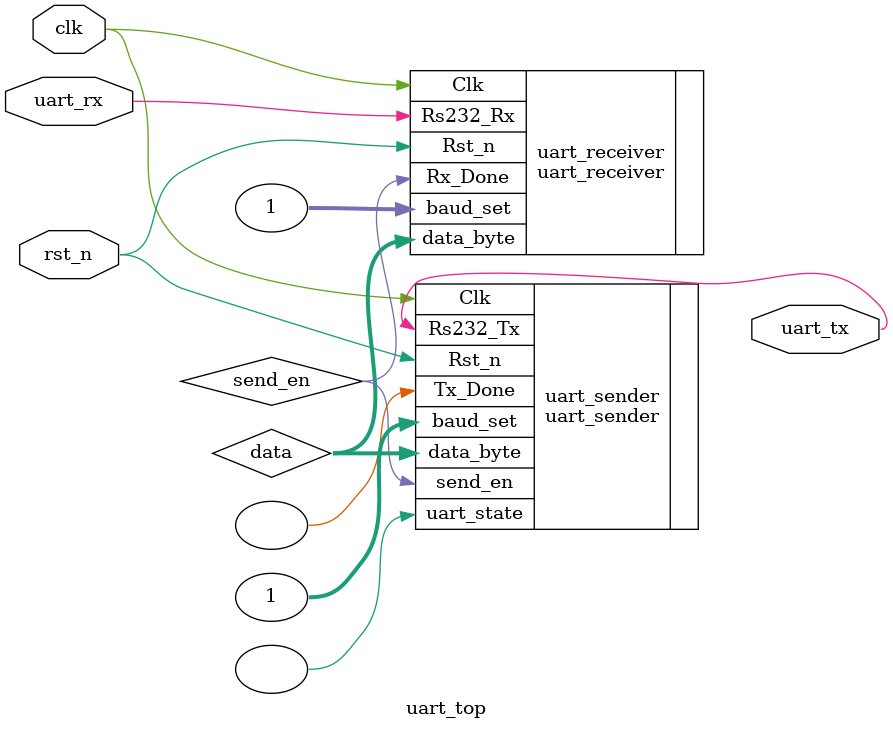
<source format=v>
module uart_top(

	clk,
	rst_n,
	uart_tx,
	uart_rx

);
	input clk;
	input rst_n;
	
	output uart_tx;
	input uart_rx;
	
	wire send_en;
	wire [7:0] data;
	
	
	uart_sender uart_sender(
		.Clk(clk),       
		.Rst_n(rst_n),     
		.data_byte(data), 
		.send_en(send_en),  
		.baud_set(1), 
		
		.Rs232_Tx(uart_tx), 
		.Tx_Done(),   
		.uart_state()
	);
	
	
	uart_receiver uart_receiver(
		.Clk(clk),       
		.Rst_n(rst_n),      
		.baud_set(1),  
		.Rs232_Rx(uart_rx),   
		
		.data_byte(data),  
		.Rx_Done(send_en)    
	);
endmodule




</source>
